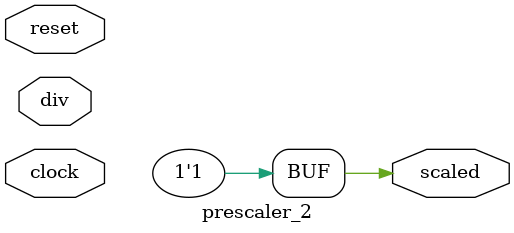
<source format=v>
module prescaler_2 (clock, reset, div, scaled);
parameter [31:0] SCALE = 28;
input clock;
input reset;
input [1:0] div;
output scaled;
wire scaled = 1'b1;
endmodule
</source>
